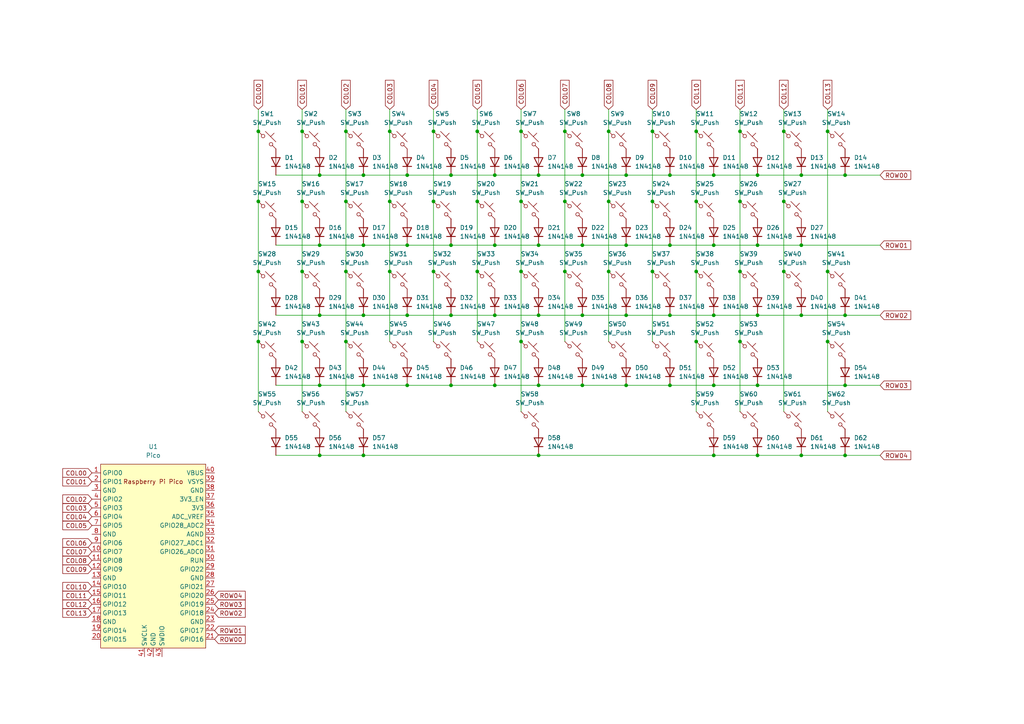
<source format=kicad_sch>
(kicad_sch (version 20231120) (generator "eeschema") (generator_version "8.0")
  (paper "A4")
  (title_block (title "OP62") (rev "3") (company "Oliver Potter"))
  (junction (at 125.73 58.42))
  (junction (at 156.21 71.12))
  (junction (at 100.33 78.74))
  (junction (at 245.11 91.44))
  (junction (at 240.03 99.06))
  (junction (at 92.71 132.08))
  (junction (at 143.51 71.12))
  (junction (at 207.01 71.12))
  (junction (at 87.63 58.42))
  (junction (at 194.31 91.44))
  (junction (at 194.31 111.76))
  (junction (at 125.73 78.74))
  (junction (at 151.13 38.1))
  (junction (at 181.61 91.44))
  (junction (at 118.11 50.8))
  (junction (at 227.33 58.42))
  (junction (at 138.43 38.1))
  (junction (at 245.11 111.76))
  (junction (at 245.11 50.8))
  (junction (at 194.31 50.8))
  (junction (at 181.61 71.12))
  (junction (at 189.23 38.1))
  (junction (at 138.43 58.42))
  (junction (at 227.33 78.74))
  (junction (at 92.71 111.76))
  (junction (at 87.63 38.1))
  (junction (at 100.33 58.42))
  (junction (at 151.13 99.06))
  (junction (at 189.23 58.42))
  (junction (at 130.81 50.8))
  (junction (at 118.11 111.76))
  (junction (at 214.63 58.42))
  (junction (at 130.81 71.12))
  (junction (at 105.41 71.12))
  (junction (at 74.93 58.42))
  (junction (at 168.91 71.12))
  (junction (at 219.71 71.12))
  (junction (at 105.41 111.76))
  (junction (at 100.33 99.06))
  (junction (at 163.83 78.74))
  (junction (at 181.61 50.8))
  (junction (at 163.83 58.42))
  (junction (at 201.93 58.42))
  (junction (at 130.81 111.76))
  (junction (at 156.21 111.76))
  (junction (at 143.51 111.76))
  (junction (at 118.11 71.12))
  (junction (at 207.01 50.8))
  (junction (at 168.91 50.8))
  (junction (at 194.31 71.12))
  (junction (at 87.63 99.06))
  (junction (at 207.01 111.76))
  (junction (at 151.13 78.74))
  (junction (at 240.03 38.1))
  (junction (at 100.33 38.1))
  (junction (at 113.03 78.74))
  (junction (at 207.01 91.44))
  (junction (at 232.41 132.08))
  (junction (at 74.93 78.74))
  (junction (at 189.23 78.74))
  (junction (at 74.93 38.1))
  (junction (at 113.03 58.42))
  (junction (at 138.43 78.74))
  (junction (at 232.41 50.8))
  (junction (at 219.71 50.8))
  (junction (at 240.03 78.74))
  (junction (at 176.53 58.42))
  (junction (at 87.63 78.74))
  (junction (at 113.03 38.1))
  (junction (at 156.21 50.8))
  (junction (at 143.51 50.8))
  (junction (at 214.63 78.74))
  (junction (at 219.71 111.76))
  (junction (at 74.93 99.06))
  (junction (at 168.91 91.44))
  (junction (at 105.41 132.08))
  (junction (at 245.11 132.08))
  (junction (at 130.81 91.44))
  (junction (at 176.53 38.1))
  (junction (at 201.93 38.1))
  (junction (at 92.71 50.8))
  (junction (at 168.91 111.76))
  (junction (at 232.41 71.12))
  (junction (at 227.33 38.1))
  (junction (at 207.01 132.08))
  (junction (at 156.21 132.08))
  (junction (at 176.53 78.74))
  (junction (at 105.41 91.44))
  (junction (at 143.51 91.44))
  (junction (at 105.41 50.8))
  (junction (at 214.63 99.06))
  (junction (at 232.41 91.44))
  (junction (at 181.61 111.76))
  (junction (at 201.93 99.06))
  (junction (at 163.83 38.1))
  (junction (at 156.21 91.44))
  (junction (at 151.13 58.42))
  (junction (at 118.11 91.44))
  (junction (at 219.71 91.44))
  (junction (at 219.71 132.08))
  (junction (at 92.71 91.44))
  (junction (at 214.63 38.1))
  (junction (at 201.93 78.74))
  (junction (at 125.73 38.1))
  (junction (at 92.71 71.12))
  (wire (pts (xy 207.01 50.8) (xy 219.71 50.8)))
  (wire (pts (xy 255.27 71.12) (xy 232.41 71.12)))
  (wire (pts (xy 219.71 91.44) (xy 232.41 91.44)))
  (wire (pts (xy 118.11 71.12) (xy 130.81 71.12)))
  (wire (pts (xy 87.63 58.42) (xy 87.63 78.74)))
  (wire (pts (xy 105.41 132.08) (xy 156.21 132.08)))
  (wire (pts (xy 92.71 71.12) (xy 105.41 71.12)))
  (wire (pts (xy 105.41 111.76) (xy 118.11 111.76)))
  (wire (pts (xy 168.91 91.44) (xy 181.61 91.44)))
  (wire (pts (xy 100.33 58.42) (xy 100.33 78.74)))
  (wire (pts (xy 151.13 99.06) (xy 151.13 119.38)))
  (wire (pts (xy 125.73 31.75) (xy 125.73 38.1)))
  (wire (pts (xy 245.11 132.08) (xy 255.27 132.08)))
  (wire (pts (xy 143.51 50.8) (xy 156.21 50.8)))
  (wire (pts (xy 176.53 58.42) (xy 176.53 78.74)))
  (wire (pts (xy 240.03 38.1) (xy 240.03 78.74)))
  (wire (pts (xy 207.01 132.08) (xy 219.71 132.08)))
  (wire (pts (xy 245.11 111.76) (xy 255.27 111.76)))
  (wire (pts (xy 189.23 58.42) (xy 189.23 78.74)))
  (wire (pts (xy 100.33 38.1) (xy 100.33 58.42)))
  (wire (pts (xy 227.33 58.42) (xy 227.33 78.74)))
  (wire (pts (xy 194.31 111.76) (xy 207.01 111.76)))
  (wire (pts (xy 74.93 31.75) (xy 74.93 38.1)))
  (wire (pts (xy 219.71 111.76) (xy 245.11 111.76)))
  (wire (pts (xy 80.01 91.44) (xy 92.71 91.44)))
  (wire (pts (xy 232.41 132.08) (xy 245.11 132.08)))
  (wire (pts (xy 240.03 31.75) (xy 240.03 38.1)))
  (wire (pts (xy 163.83 38.1) (xy 163.83 58.42)))
  (wire (pts (xy 143.51 71.12) (xy 156.21 71.12)))
  (wire (pts (xy 219.71 50.8) (xy 232.41 50.8)))
  (wire (pts (xy 201.93 99.06) (xy 201.93 119.38)))
  (wire (pts (xy 194.31 50.8) (xy 207.01 50.8)))
  (wire (pts (xy 80.01 50.8) (xy 92.71 50.8)))
  (wire (pts (xy 100.33 78.74) (xy 100.33 99.06)))
  (wire (pts (xy 176.53 78.74) (xy 176.53 99.06)))
  (wire (pts (xy 207.01 111.76) (xy 219.71 111.76)))
  (wire (pts (xy 143.51 111.76) (xy 156.21 111.76)))
  (wire (pts (xy 176.53 31.75) (xy 176.53 38.1)))
  (wire (pts (xy 138.43 78.74) (xy 138.43 99.06)))
  (wire (pts (xy 156.21 111.76) (xy 168.91 111.76)))
  (wire (pts (xy 156.21 50.8) (xy 168.91 50.8)))
  (wire (pts (xy 100.33 99.06) (xy 100.33 119.38)))
  (wire (pts (xy 168.91 71.12) (xy 181.61 71.12)))
  (wire (pts (xy 240.03 78.74) (xy 240.03 99.06)))
  (wire (pts (xy 214.63 58.42) (xy 214.63 78.74)))
  (wire (pts (xy 227.33 38.1) (xy 227.33 58.42)))
  (wire (pts (xy 168.91 111.76) (xy 181.61 111.76)))
  (wire (pts (xy 181.61 50.8) (xy 194.31 50.8)))
  (wire (pts (xy 232.41 50.8) (xy 245.11 50.8)))
  (wire (pts (xy 219.71 71.12) (xy 232.41 71.12)))
  (wire (pts (xy 207.01 71.12) (xy 219.71 71.12)))
  (wire (pts (xy 194.31 71.12) (xy 207.01 71.12)))
  (wire (pts (xy 130.81 91.44) (xy 143.51 91.44)))
  (wire (pts (xy 214.63 31.75) (xy 214.63 38.1)))
  (wire (pts (xy 156.21 132.08) (xy 207.01 132.08)))
  (wire (pts (xy 113.03 38.1) (xy 113.03 58.42)))
  (wire (pts (xy 118.11 50.8) (xy 130.81 50.8)))
  (wire (pts (xy 189.23 38.1) (xy 189.23 58.42)))
  (wire (pts (xy 74.93 99.06) (xy 74.93 119.38)))
  (wire (pts (xy 130.81 111.76) (xy 143.51 111.76)))
  (wire (pts (xy 138.43 38.1) (xy 138.43 58.42)))
  (wire (pts (xy 74.93 38.1) (xy 74.93 58.42)))
  (wire (pts (xy 118.11 111.76) (xy 130.81 111.76)))
  (wire (pts (xy 80.01 111.76) (xy 92.71 111.76)))
  (wire (pts (xy 118.11 91.44) (xy 130.81 91.44)))
  (wire (pts (xy 201.93 31.75) (xy 201.93 38.1)))
  (wire (pts (xy 130.81 50.8) (xy 143.51 50.8)))
  (wire (pts (xy 125.73 38.1) (xy 125.73 58.42)))
  (wire (pts (xy 125.73 78.74) (xy 125.73 99.06)))
  (wire (pts (xy 151.13 31.75) (xy 151.13 38.1)))
  (wire (pts (xy 151.13 78.74) (xy 151.13 99.06)))
  (wire (pts (xy 168.91 50.8) (xy 181.61 50.8)))
  (wire (pts (xy 74.93 78.74) (xy 74.93 99.06)))
  (wire (pts (xy 74.93 58.42) (xy 74.93 78.74)))
  (wire (pts (xy 227.33 31.75) (xy 227.33 38.1)))
  (wire (pts (xy 214.63 78.74) (xy 214.63 99.06)))
  (wire (pts (xy 163.83 78.74) (xy 163.83 99.06)))
  (wire (pts (xy 189.23 31.75) (xy 189.23 38.1)))
  (wire (pts (xy 125.73 58.42) (xy 125.73 78.74)))
  (wire (pts (xy 151.13 38.1) (xy 151.13 58.42)))
  (wire (pts (xy 201.93 78.74) (xy 201.93 99.06)))
  (wire (pts (xy 163.83 58.42) (xy 163.83 78.74)))
  (wire (pts (xy 105.41 71.12) (xy 118.11 71.12)))
  (wire (pts (xy 113.03 58.42) (xy 113.03 78.74)))
  (wire (pts (xy 80.01 132.08) (xy 92.71 132.08)))
  (wire (pts (xy 189.23 78.74) (xy 189.23 99.06)))
  (wire (pts (xy 163.83 31.75) (xy 163.83 38.1)))
  (wire (pts (xy 143.51 91.44) (xy 156.21 91.44)))
  (wire (pts (xy 87.63 31.75) (xy 87.63 38.1)))
  (wire (pts (xy 156.21 91.44) (xy 168.91 91.44)))
  (wire (pts (xy 227.33 78.74) (xy 227.33 119.38)))
  (wire (pts (xy 113.03 78.74) (xy 113.03 99.06)))
  (wire (pts (xy 105.41 50.8) (xy 118.11 50.8)))
  (wire (pts (xy 113.03 31.75) (xy 113.03 38.1)))
  (wire (pts (xy 105.41 91.44) (xy 118.11 91.44)))
  (wire (pts (xy 92.71 132.08) (xy 105.41 132.08)))
  (wire (pts (xy 245.11 50.8) (xy 255.27 50.8)))
  (wire (pts (xy 181.61 91.44) (xy 194.31 91.44)))
  (wire (pts (xy 201.93 58.42) (xy 201.93 78.74)))
  (wire (pts (xy 214.63 99.06) (xy 214.63 119.38)))
  (wire (pts (xy 219.71 132.08) (xy 232.41 132.08)))
  (wire (pts (xy 80.01 71.12) (xy 92.71 71.12)))
  (wire (pts (xy 240.03 99.06) (xy 240.03 119.38)))
  (wire (pts (xy 87.63 38.1) (xy 87.63 58.42)))
  (wire (pts (xy 87.63 99.06) (xy 87.63 119.38)))
  (wire (pts (xy 92.71 111.76) (xy 105.41 111.76)))
  (wire (pts (xy 207.01 91.44) (xy 219.71 91.44)))
  (wire (pts (xy 100.33 31.75) (xy 100.33 38.1)))
  (wire (pts (xy 138.43 58.42) (xy 138.43 78.74)))
  (wire (pts (xy 156.21 71.12) (xy 168.91 71.12)))
  (wire (pts (xy 181.61 71.12) (xy 194.31 71.12)))
  (wire (pts (xy 201.93 38.1) (xy 201.93 58.42)))
  (wire (pts (xy 232.41 91.44) (xy 245.11 91.44)))
  (wire (pts (xy 92.71 91.44) (xy 105.41 91.44)))
  (wire (pts (xy 176.53 38.1) (xy 176.53 58.42)))
  (wire (pts (xy 138.43 31.75) (xy 138.43 38.1)))
  (wire (pts (xy 194.31 91.44) (xy 207.01 91.44)))
  (wire (pts (xy 87.63 78.74) (xy 87.63 99.06)))
  (wire (pts (xy 92.71 50.8) (xy 105.41 50.8)))
  (wire (pts (xy 181.61 111.76) (xy 194.31 111.76)))
  (wire (pts (xy 151.13 58.42) (xy 151.13 78.74)))
  (wire (pts (xy 245.11 91.44) (xy 255.27 91.44)))
  (wire (pts (xy 214.63 38.1) (xy 214.63 58.42)))
  (wire (pts (xy 130.81 71.12) (xy 143.51 71.12)))
  (global_label "ROW04" (shape input) (at 62.23 172.72 0) (property "Intersheetrefs" "${INTERSHEET_REFS}" (effects (hide yes))))
  (global_label "COL12" (shape input) (at 26.67 175.26 180) (property "Intersheetrefs" "${INTERSHEET_REFS}" (effects (hide yes))))
  (global_label "COL02" (shape input) (at 100.33 31.75 90) (property "Intersheetrefs" "${INTERSHEET_REFS}" (effects (hide yes))))
  (global_label "COL02" (shape input) (at 26.67 144.78 180) (property "Intersheetrefs" "${INTERSHEET_REFS}" (effects (hide yes))))
  (global_label "ROW03" (shape input) (at 62.23 175.26 0) (property "Intersheetrefs" "${INTERSHEET_REFS}" (effects (hide yes))))
  (global_label "COL04" (shape input) (at 125.73 31.75 90) (property "Intersheetrefs" "${INTERSHEET_REFS}" (effects (hide yes))))
  (global_label "ROW04" (shape input) (at 255.27 132.08 0) (property "Intersheetrefs" "${INTERSHEET_REFS}" (effects (hide yes))))
  (global_label "COL01" (shape input) (at 26.67 139.7 180) (property "Intersheetrefs" "${INTERSHEET_REFS}" (effects (hide yes))))
  (global_label "ROW01" (shape input) (at 255.27 71.12 0) (property "Intersheetrefs" "${INTERSHEET_REFS}" (effects (hide yes))))
  (global_label "COL04" (shape input) (at 26.67 149.86 180) (property "Intersheetrefs" "${INTERSHEET_REFS}" (effects (hide yes))))
  (global_label "COL08" (shape input) (at 176.53 31.75 90) (property "Intersheetrefs" "${INTERSHEET_REFS}" (effects (hide yes))))
  (global_label "COL13" (shape input) (at 26.67 177.8 180) (property "Intersheetrefs" "${INTERSHEET_REFS}" (effects (hide yes))))
  (global_label "COL00" (shape input) (at 26.67 137.16 180) (property "Intersheetrefs" "${INTERSHEET_REFS}" (effects (hide yes))))
  (global_label "COL13" (shape input) (at 240.03 31.75 90) (property "Intersheetrefs" "${INTERSHEET_REFS}" (effects (hide yes))))
  (global_label "COL05" (shape input) (at 26.67 152.4 180) (property "Intersheetrefs" "${INTERSHEET_REFS}" (effects (hide yes))))
  (global_label "ROW00" (shape input) (at 255.27 50.8 0) (property "Intersheetrefs" "${INTERSHEET_REFS}" (effects (hide yes))))
  (global_label "COL07" (shape input) (at 26.67 160.02 180) (property "Intersheetrefs" "${INTERSHEET_REFS}" (effects (hide yes))))
  (global_label "COL01" (shape input) (at 87.63 31.75 90) (property "Intersheetrefs" "${INTERSHEET_REFS}" (effects (hide yes))))
  (global_label "COL11" (shape input) (at 214.63 31.75 90) (property "Intersheetrefs" "${INTERSHEET_REFS}" (effects (hide yes))))
  (global_label "COL05" (shape input) (at 138.43 31.75 90) (property "Intersheetrefs" "${INTERSHEET_REFS}" (effects (hide yes))))
  (global_label "COL09" (shape input) (at 26.67 165.1 180) (property "Intersheetrefs" "${INTERSHEET_REFS}" (effects (hide yes))))
  (global_label "COL09" (shape input) (at 189.23 31.75 90) (property "Intersheetrefs" "${INTERSHEET_REFS}" (effects (hide yes))))
  (global_label "COL03" (shape input) (at 113.03 31.75 90) (property "Intersheetrefs" "${INTERSHEET_REFS}" (effects (hide yes))))
  (global_label "COL03" (shape input) (at 26.67 147.32 180) (property "Intersheetrefs" "${INTERSHEET_REFS}" (effects (hide yes))))
  (global_label "ROW00" (shape input) (at 62.23 185.42 0) (property "Intersheetrefs" "${INTERSHEET_REFS}" (effects (hide yes))))
  (global_label "COL08" (shape input) (at 26.67 162.56 180) (property "Intersheetrefs" "${INTERSHEET_REFS}" (effects (hide yes))))
  (global_label "COL07" (shape input) (at 163.83 31.75 90) (property "Intersheetrefs" "${INTERSHEET_REFS}" (effects (hide yes))))
  (global_label "COL06" (shape input) (at 151.13 31.75 90) (property "Intersheetrefs" "${INTERSHEET_REFS}" (effects (hide yes))))
  (global_label "ROW01" (shape input) (at 62.23 182.88 0) (property "Intersheetrefs" "${INTERSHEET_REFS}" (effects (hide yes))))
  (global_label "COL10" (shape input) (at 26.67 170.18 180) (property "Intersheetrefs" "${INTERSHEET_REFS}" (effects (hide yes))))
  (global_label "ROW02" (shape input) (at 62.23 177.8 0) (property "Intersheetrefs" "${INTERSHEET_REFS}" (effects (hide yes))))
  (global_label "COL00" (shape input) (at 74.93 31.75 90) (property "Intersheetrefs" "${INTERSHEET_REFS}" (effects (hide yes))))
  (global_label "COL06" (shape input) (at 26.67 157.48 180) (property "Intersheetrefs" "${INTERSHEET_REFS}" (effects (hide yes))))
  (global_label "COL10" (shape input) (at 201.93 31.75 90) (property "Intersheetrefs" "${INTERSHEET_REFS}" (effects (hide yes))))
  (global_label "ROW02" (shape input) (at 255.27 91.44 0) (property "Intersheetrefs" "${INTERSHEET_REFS}" (effects (hide yes))))
  (global_label "COL11" (shape input) (at 26.67 172.72 180) (property "Intersheetrefs" "${INTERSHEET_REFS}" (effects (hide yes))))
  (global_label "ROW03" (shape input) (at 255.27 111.76 0) (property "Intersheetrefs" "${INTERSHEET_REFS}" (effects (hide yes))))
  (global_label "COL12" (shape input) (at 227.33 31.75 90) (property "Intersheetrefs" "${INTERSHEET_REFS}" (effects (hide yes))))
  (symbol (lib_id "Diode:1N4148") (at 130.81 107.95 90) (unit 1)
    (property "Reference" "D46" (at 133.35 106.6799 90) (effects (justify right)))
    (property "Value" "1N4148" (at 133.35 109.2199 90) (effects (justify right)))
    (property "Footprint" "Diode_THT:D_DO-35_SOD27_P7.62mm_Horizontal" (effects (hide yes)))
    (property "Datasheet" "https://assets.nexperia.com/documents/data-sheet/1N4148_1N4448.pdf" (effects (hide yes)))
    (property "Description" "100V 0.15A standard switching diode, DO-35" (effects (hide yes)))
    (property "Sim.Device" "D" (effects (hide yes)))
    (property "Sim.Pins" "1=K 2=A" (effects (hide yes)))
  )
  (symbol (lib_id "Diode:1N4148") (at 118.11 46.99 90) (unit 1)
    (property "Reference" "D4" (at 120.65 45.7199 90) (effects (justify right)))
    (property "Value" "1N4148" (at 120.65 48.2599 90) (effects (justify right)))
    (property "Footprint" "Diode_THT:D_DO-35_SOD27_P7.62mm_Horizontal" (effects (hide yes)))
    (property "Datasheet" "https://assets.nexperia.com/documents/data-sheet/1N4148_1N4448.pdf" (effects (hide yes)))
    (property "Description" "100V 0.15A standard switching diode, DO-35" (effects (hide yes)))
    (property "Sim.Device" "D" (effects (hide yes)))
    (property "Sim.Pins" "1=K 2=A" (effects (hide yes)))
  )
  (symbol (lib_id "Diode:1N4148") (at 219.71 46.99 90) (unit 1)
    (property "Reference" "D12" (at 222.25 45.7199 90) (effects (justify right)))
    (property "Value" "1N4148" (at 222.25 48.2599 90) (effects (justify right)))
    (property "Footprint" "Diode_THT:D_DO-35_SOD27_P7.62mm_Horizontal" (effects (hide yes)))
    (property "Datasheet" "https://assets.nexperia.com/documents/data-sheet/1N4148_1N4448.pdf" (effects (hide yes)))
    (property "Description" "100V 0.15A standard switching diode, DO-35" (effects (hide yes)))
    (property "Sim.Device" "D" (effects (hide yes)))
    (property "Sim.Pins" "1=K 2=A" (effects (hide yes)))
  )
  (symbol (lib_id "Diode:1N4148") (at 92.71 87.63 90) (unit 1)
    (property "Reference" "D29" (at 95.25 86.3599 90) (effects (justify right)))
    (property "Value" "1N4148" (at 95.25 88.8999 90) (effects (justify right)))
    (property "Footprint" "Diode_THT:D_DO-35_SOD27_P7.62mm_Horizontal" (effects (hide yes)))
    (property "Datasheet" "https://assets.nexperia.com/documents/data-sheet/1N4148_1N4448.pdf" (effects (hide yes)))
    (property "Description" "100V 0.15A standard switching diode, DO-35" (effects (hide yes)))
    (property "Sim.Device" "D" (effects (hide yes)))
    (property "Sim.Pins" "1=K 2=A" (effects (hide yes)))
  )
  (symbol (lib_id "Switch:SW_Push_45deg") (at 229.87 121.92 0) (unit 1)
    (property "Reference" "SW61" (at 229.87 114.3 0))
    (property "Value" "SW_Push" (at 229.87 116.84 0))
    (property "Footprint" "MX_Alps_Hybrid:MX-Alps-Hybrid-1.25U" (effects (hide yes)))
    (property "Description" "Push button switch, normally open, two pins, 45° tilted" (effects (hide yes)))
  )
  (symbol (lib_id "Switch:SW_Push_45deg") (at 179.07 40.64 0) (unit 1)
    (property "Reference" "SW9" (at 179.07 33.02 0))
    (property "Value" "SW_Push" (at 179.07 35.56 0))
    (property "Footprint" "MX_Alps_Hybrid:MX-Alps-Hybrid-1U" (effects (hide yes)))
    (property "Description" "Push button switch, normally open, two pins, 45° tilted" (effects (hide yes)))
  )
  (symbol (lib_id "Diode:1N4148") (at 194.31 87.63 90) (unit 1)
    (property "Reference" "D37" (at 196.85 86.3599 90) (effects (justify right)))
    (property "Value" "1N4148" (at 196.85 88.8999 90) (effects (justify right)))
    (property "Footprint" "Diode_THT:D_DO-35_SOD27_P7.62mm_Horizontal" (effects (hide yes)))
    (property "Datasheet" "https://assets.nexperia.com/documents/data-sheet/1N4148_1N4448.pdf" (effects (hide yes)))
    (property "Description" "100V 0.15A standard switching diode, DO-35" (effects (hide yes)))
    (property "Sim.Device" "D" (effects (hide yes)))
    (property "Sim.Pins" "1=K 2=A" (effects (hide yes)))
  )
  (symbol (lib_id "Switch:SW_Push_45deg") (at 140.97 40.64 0) (unit 1)
    (property "Reference" "SW6" (at 140.97 33.02 0))
    (property "Value" "SW_Push" (at 140.97 35.56 0))
    (property "Footprint" "MX_Alps_Hybrid:MX-Alps-Hybrid-1U" (effects (hide yes)))
    (property "Description" "Push button switch, normally open, two pins, 45° tilted" (effects (hide yes)))
  )
  (symbol (lib_id "Diode:1N4148") (at 130.81 67.31 90) (unit 1)
    (property "Reference" "D19" (at 133.35 66.0399 90) (effects (justify right)))
    (property "Value" "1N4148" (at 133.35 68.5799 90) (effects (justify right)))
    (property "Footprint" "Diode_THT:D_DO-35_SOD27_P7.62mm_Horizontal" (effects (hide yes)))
    (property "Datasheet" "https://assets.nexperia.com/documents/data-sheet/1N4148_1N4448.pdf" (effects (hide yes)))
    (property "Description" "100V 0.15A standard switching diode, DO-35" (effects (hide yes)))
    (property "Sim.Device" "D" (effects (hide yes)))
    (property "Sim.Pins" "1=K 2=A" (effects (hide yes)))
  )
  (symbol (lib_id "Switch:SW_Push_45deg") (at 102.87 101.6 0) (unit 1)
    (property "Reference" "SW44" (at 102.87 93.98 0))
    (property "Value" "SW_Push" (at 102.87 96.52 0))
    (property "Footprint" "MX_Alps_Hybrid:MX-Alps-Hybrid-1U" (effects (hide yes)))
    (property "Description" "Push button switch, normally open, two pins, 45° tilted" (effects (hide yes)))
  )
  (symbol (lib_id "Switch:SW_Push_45deg") (at 77.47 81.28 0) (unit 1)
    (property "Reference" "SW28" (at 77.47 73.66 0))
    (property "Value" "SW_Push" (at 77.47 76.2 0))
    (property "Footprint" "MX_Alps_Hybrid:MX-Alps-Hybrid-1.75U" (effects (hide yes)))
    (property "Description" "Push button switch, normally open, two pins, 45° tilted" (effects (hide yes)))
  )
  (symbol (lib_id "Diode:1N4148") (at 105.41 128.27 90) (unit 1)
    (property "Reference" "D57" (at 107.95 126.9999 90) (effects (justify right)))
    (property "Value" "1N4148" (at 107.95 129.5399 90) (effects (justify right)))
    (property "Footprint" "Diode_THT:D_DO-35_SOD27_P7.62mm_Horizontal" (effects (hide yes)))
    (property "Datasheet" "https://assets.nexperia.com/documents/data-sheet/1N4148_1N4448.pdf" (effects (hide yes)))
    (property "Description" "100V 0.15A standard switching diode, DO-35" (effects (hide yes)))
    (property "Sim.Device" "D" (effects (hide yes)))
    (property "Sim.Pins" "1=K 2=A" (effects (hide yes)))
  )
  (symbol (lib_id "Switch:SW_Push_45deg") (at 229.87 81.28 0) (unit 1)
    (property "Reference" "SW40" (at 229.87 73.66 0))
    (property "Value" "SW_Push" (at 229.87 76.2 0))
    (property "Footprint" "MX_Alps_Hybrid:MX-Alps-Hybrid-1U" (effects (hide yes)))
    (property "Description" "Push button switch, normally open, two pins, 45° tilted" (effects (hide yes)))
  )
  (symbol (lib_id "Diode:1N4148") (at 181.61 46.99 90) (unit 1)
    (property "Reference" "D9" (at 184.15 45.7199 90) (effects (justify right)))
    (property "Value" "1N4148" (at 184.15 48.2599 90) (effects (justify right)))
    (property "Footprint" "Diode_THT:D_DO-35_SOD27_P7.62mm_Horizontal" (effects (hide yes)))
    (property "Datasheet" "https://assets.nexperia.com/documents/data-sheet/1N4148_1N4448.pdf" (effects (hide yes)))
    (property "Description" "100V 0.15A standard switching diode, DO-35" (effects (hide yes)))
    (property "Sim.Device" "D" (effects (hide yes)))
    (property "Sim.Pins" "1=K 2=A" (effects (hide yes)))
  )
  (symbol (lib_id "Switch:SW_Push_45deg") (at 90.17 101.6 0) (unit 1)
    (property "Reference" "SW43" (at 90.17 93.98 0))
    (property "Value" "SW_Push" (at 90.17 96.52 0))
    (property "Footprint" "MX_Alps_Hybrid:MX-Alps-Hybrid-1U" (effects (hide yes)))
    (property "Description" "Push button switch, normally open, two pins, 45° tilted" (effects (hide yes)))
  )
  (symbol (lib_id "Diode:1N4148") (at 118.11 87.63 90) (unit 1)
    (property "Reference" "D31" (at 120.65 86.3599 90) (effects (justify right)))
    (property "Value" "1N4148" (at 120.65 88.8999 90) (effects (justify right)))
    (property "Footprint" "Diode_THT:D_DO-35_SOD27_P7.62mm_Horizontal" (effects (hide yes)))
    (property "Datasheet" "https://assets.nexperia.com/documents/data-sheet/1N4148_1N4448.pdf" (effects (hide yes)))
    (property "Description" "100V 0.15A standard switching diode, DO-35" (effects (hide yes)))
    (property "Sim.Device" "D" (effects (hide yes)))
    (property "Sim.Pins" "1=K 2=A" (effects (hide yes)))
  )
  (symbol (lib_id "Diode:1N4148") (at 130.81 46.99 90) (unit 1)
    (property "Reference" "D5" (at 133.35 45.7199 90) (effects (justify right)))
    (property "Value" "1N4148" (at 133.35 48.2599 90) (effects (justify right)))
    (property "Footprint" "Diode_THT:D_DO-35_SOD27_P7.62mm_Horizontal" (effects (hide yes)))
    (property "Datasheet" "https://assets.nexperia.com/documents/data-sheet/1N4148_1N4448.pdf" (effects (hide yes)))
    (property "Description" "100V 0.15A standard switching diode, DO-35" (effects (hide yes)))
    (property "Sim.Device" "D" (effects (hide yes)))
    (property "Sim.Pins" "1=K 2=A" (effects (hide yes)))
  )
  (symbol (lib_id "Switch:SW_Push_45deg") (at 242.57 40.64 0) (unit 1)
    (property "Reference" "SW14" (at 242.57 33.02 0))
    (property "Value" "SW_Push" (at 242.57 35.56 0))
    (property "Footprint" "MX_Alps_Hybrid:MX-Alps-Hybrid-2U" (effects (hide yes)))
    (property "Description" "Push button switch, normally open, two pins, 45° tilted" (effects (hide yes)))
  )
  (symbol (lib_id "Diode:1N4148") (at 80.01 67.31 90) (unit 1)
    (property "Reference" "D15" (at 82.55 66.0399 90) (effects (justify right)))
    (property "Value" "1N4148" (at 82.55 68.5799 90) (effects (justify right)))
    (property "Footprint" "Diode_THT:D_DO-35_SOD27_P7.62mm_Horizontal" (effects (hide yes)))
    (property "Datasheet" "https://assets.nexperia.com/documents/data-sheet/1N4148_1N4448.pdf" (effects (hide yes)))
    (property "Description" "100V 0.15A standard switching diode, DO-35" (effects (hide yes)))
    (property "Sim.Device" "D" (effects (hide yes)))
    (property "Sim.Pins" "1=K 2=A" (effects (hide yes)))
  )
  (symbol (lib_id "Diode:1N4148") (at 156.21 128.27 90) (unit 1)
    (property "Reference" "D58" (at 158.75 126.9999 90) (effects (justify right)))
    (property "Value" "1N4148" (at 158.75 129.5399 90) (effects (justify right)))
    (property "Footprint" "Diode_THT:D_DO-35_SOD27_P7.62mm_Horizontal" (effects (hide yes)))
    (property "Datasheet" "https://assets.nexperia.com/documents/data-sheet/1N4148_1N4448.pdf" (effects (hide yes)))
    (property "Description" "100V 0.15A standard switching diode, DO-35" (effects (hide yes)))
    (property "Sim.Device" "D" (effects (hide yes)))
    (property "Sim.Pins" "1=K 2=A" (effects (hide yes)))
  )
  (symbol (lib_id "Switch:SW_Push_45deg") (at 204.47 60.96 0) (unit 1)
    (property "Reference" "SW25" (at 204.47 53.34 0))
    (property "Value" "SW_Push" (at 204.47 55.88 0))
    (property "Footprint" "MX_Alps_Hybrid:MX-Alps-Hybrid-1U" (effects (hide yes)))
    (property "Description" "Push button switch, normally open, two pins, 45° tilted" (effects (hide yes)))
  )
  (symbol (lib_id "Diode:1N4148") (at 245.11 46.99 90) (unit 1)
    (property "Reference" "D14" (at 247.65 45.7199 90) (effects (justify right)))
    (property "Value" "1N4148" (at 247.65 48.2599 90) (effects (justify right)))
    (property "Footprint" "Diode_THT:D_DO-35_SOD27_P7.62mm_Horizontal" (effects (hide yes)))
    (property "Datasheet" "https://assets.nexperia.com/documents/data-sheet/1N4148_1N4448.pdf" (effects (hide yes)))
    (property "Description" "100V 0.15A standard switching diode, DO-35" (effects (hide yes)))
    (property "Sim.Device" "D" (effects (hide yes)))
    (property "Sim.Pins" "1=K 2=A" (effects (hide yes)))
  )
  (symbol (lib_id "Diode:1N4148") (at 118.11 107.95 90) (unit 1)
    (property "Reference" "D45" (at 120.65 106.6799 90) (effects (justify right)))
    (property "Value" "1N4148" (at 120.65 109.2199 90) (effects (justify right)))
    (property "Footprint" "Diode_THT:D_DO-35_SOD27_P7.62mm_Horizontal" (effects (hide yes)))
    (property "Datasheet" "https://assets.nexperia.com/documents/data-sheet/1N4148_1N4448.pdf" (effects (hide yes)))
    (property "Description" "100V 0.15A standard switching diode, DO-35" (effects (hide yes)))
    (property "Sim.Device" "D" (effects (hide yes)))
    (property "Sim.Pins" "1=K 2=A" (effects (hide yes)))
  )
  (symbol (lib_id "Switch:SW_Push_45deg") (at 191.77 101.6 0) (unit 1)
    (property "Reference" "SW51" (at 191.77 93.98 0))
    (property "Value" "SW_Push" (at 191.77 96.52 0))
    (property "Footprint" "MX_Alps_Hybrid:MX-Alps-Hybrid-1U" (effects (hide yes)))
    (property "Description" "Push button switch, normally open, two pins, 45° tilted" (effects (hide yes)))
  )
  (symbol (lib_id "Diode:1N4148") (at 168.91 46.99 90) (unit 1)
    (property "Reference" "D8" (at 171.45 45.7199 90) (effects (justify right)))
    (property "Value" "1N4148" (at 171.45 48.2599 90) (effects (justify right)))
    (property "Footprint" "Diode_THT:D_DO-35_SOD27_P7.62mm_Horizontal" (effects (hide yes)))
    (property "Datasheet" "https://assets.nexperia.com/documents/data-sheet/1N4148_1N4448.pdf" (effects (hide yes)))
    (property "Description" "100V 0.15A standard switching diode, DO-35" (effects (hide yes)))
    (property "Sim.Device" "D" (effects (hide yes)))
    (property "Sim.Pins" "1=K 2=A" (effects (hide yes)))
  )
  (symbol (lib_id "Diode:1N4148") (at 194.31 67.31 90) (unit 1)
    (property "Reference" "D24" (at 196.85 66.0399 90) (effects (justify right)))
    (property "Value" "1N4148" (at 196.85 68.5799 90) (effects (justify right)))
    (property "Footprint" "Diode_THT:D_DO-35_SOD27_P7.62mm_Horizontal" (effects (hide yes)))
    (property "Datasheet" "https://assets.nexperia.com/documents/data-sheet/1N4148_1N4448.pdf" (effects (hide yes)))
    (property "Description" "100V 0.15A standard switching diode, DO-35" (effects (hide yes)))
    (property "Sim.Device" "D" (effects (hide yes)))
    (property "Sim.Pins" "1=K 2=A" (effects (hide yes)))
  )
  (symbol (lib_id "Diode:1N4148") (at 219.71 107.95 90) (unit 1)
    (property "Reference" "D53" (at 222.25 106.6799 90) (effects (justify right)))
    (property "Value" "1N4148" (at 222.25 109.2199 90) (effects (justify right)))
    (property "Footprint" "Diode_THT:D_DO-35_SOD27_P7.62mm_Horizontal" (effects (hide yes)))
    (property "Datasheet" "https://assets.nexperia.com/documents/data-sheet/1N4148_1N4448.pdf" (effects (hide yes)))
    (property "Description" "100V 0.15A standard switching diode, DO-35" (effects (hide yes)))
    (property "Sim.Device" "D" (effects (hide yes)))
    (property "Sim.Pins" "1=K 2=A" (effects (hide yes)))
  )
  (symbol (lib_id "Diode:1N4148") (at 143.51 46.99 90) (unit 1)
    (property "Reference" "D6" (at 146.05 45.7199 90) (effects (justify right)))
    (property "Value" "1N4148" (at 146.05 48.2599 90) (effects (justify right)))
    (property "Footprint" "Diode_THT:D_DO-35_SOD27_P7.62mm_Horizontal" (effects (hide yes)))
    (property "Datasheet" "https://assets.nexperia.com/documents/data-sheet/1N4148_1N4448.pdf" (effects (hide yes)))
    (property "Description" "100V 0.15A standard switching diode, DO-35" (effects (hide yes)))
    (property "Sim.Device" "D" (effects (hide yes)))
    (property "Sim.Pins" "1=K 2=A" (effects (hide yes)))
  )
  (symbol (lib_id "Diode:1N4148") (at 181.61 107.95 90) (unit 1)
    (property "Reference" "D50" (at 184.15 106.6799 90) (effects (justify right)))
    (property "Value" "1N4148" (at 184.15 109.2199 90) (effects (justify right)))
    (property "Footprint" "Diode_THT:D_DO-35_SOD27_P7.62mm_Horizontal" (effects (hide yes)))
    (property "Datasheet" "https://assets.nexperia.com/documents/data-sheet/1N4148_1N4448.pdf" (effects (hide yes)))
    (property "Description" "100V 0.15A standard switching diode, DO-35" (effects (hide yes)))
    (property "Sim.Device" "D" (effects (hide yes)))
    (property "Sim.Pins" "1=K 2=A" (effects (hide yes)))
  )
  (symbol (lib_id "Switch:SW_Push_45deg") (at 242.57 81.28 0) (unit 1)
    (property "Reference" "SW41" (at 242.57 73.66 0))
    (property "Value" "SW_Push" (at 242.57 76.2 0))
    (property "Footprint" "MX_Alps_Hybrid:MX-Alps-Hybrid-ISO" (effects (hide yes)))
    (property "Description" "Push button switch, normally open, two pins, 45° tilted" (effects (hide yes)))
  )
  (symbol (lib_id "Switch:SW_Push_45deg") (at 90.17 121.92 0) (unit 1)
    (property "Reference" "SW56" (at 90.17 114.3 0))
    (property "Value" "SW_Push" (at 90.17 116.84 0))
    (property "Footprint" "MX_Alps_Hybrid:MX-Alps-Hybrid-1.25U" (effects (hide yes)))
    (property "Description" "Push button switch, normally open, two pins, 45° tilted" (effects (hide yes)))
  )
  (symbol (lib_id "Switch:SW_Push_45deg") (at 102.87 60.96 0) (unit 1)
    (property "Reference" "SW17" (at 102.87 53.34 0))
    (property "Value" "SW_Push" (at 102.87 55.88 0))
    (property "Footprint" "MX_Alps_Hybrid:MX-Alps-Hybrid-1U" (effects (hide yes)))
    (property "Description" "Push button switch, normally open, two pins, 45° tilted" (effects (hide yes)))
  )
  (symbol (lib_id "Switch:SW_Push_45deg") (at 140.97 60.96 0) (unit 1)
    (property "Reference" "SW20" (at 140.97 53.34 0))
    (property "Value" "SW_Push" (at 140.97 55.88 0))
    (property "Footprint" "MX_Alps_Hybrid:MX-Alps-Hybrid-1U" (effects (hide yes)))
    (property "Description" "Push button switch, normally open, two pins, 45° tilted" (effects (hide yes)))
  )
  (symbol (lib_id "Switch:SW_Push_45deg") (at 77.47 121.92 0) (unit 1)
    (property "Reference" "SW55" (at 77.47 114.3 0))
    (property "Value" "SW_Push" (at 77.47 116.84 0))
    (property "Footprint" "MX_Alps_Hybrid:MX-Alps-Hybrid-1.25U" (effects (hide yes)))
    (property "Description" "Push button switch, normally open, two pins, 45° tilted" (effects (hide yes)))
  )
  (symbol (lib_id "Switch:SW_Push_45deg") (at 128.27 81.28 0) (unit 1)
    (property "Reference" "SW32" (at 128.27 73.66 0))
    (property "Value" "SW_Push" (at 128.27 76.2 0))
    (property "Footprint" "MX_Alps_Hybrid:MX-Alps-Hybrid-1U" (effects (hide yes)))
    (property "Description" "Push button switch, normally open, two pins, 45° tilted" (effects (hide yes)))
  )
  (symbol (lib_id "Switch:SW_Push_45deg") (at 128.27 60.96 0) (unit 1)
    (property "Reference" "SW19" (at 128.27 53.34 0))
    (property "Value" "SW_Push" (at 128.27 55.88 0))
    (property "Footprint" "MX_Alps_Hybrid:MX-Alps-Hybrid-1U" (effects (hide yes)))
    (property "Description" "Push button switch, normally open, two pins, 45° tilted" (effects (hide yes)))
  )
  (symbol (lib_id "Switch:SW_Push_45deg") (at 179.07 60.96 0) (unit 1)
    (property "Reference" "SW23" (at 179.07 53.34 0))
    (property "Value" "SW_Push" (at 179.07 55.88 0))
    (property "Footprint" "MX_Alps_Hybrid:MX-Alps-Hybrid-1U" (effects (hide yes)))
    (property "Description" "Push button switch, normally open, two pins, 45° tilted" (effects (hide yes)))
  )
  (symbol (lib_id "Diode:1N4148") (at 232.41 87.63 90) (unit 1)
    (property "Reference" "D40" (at 234.95 86.3599 90) (effects (justify right)))
    (property "Value" "1N4148" (at 234.95 88.8999 90) (effects (justify right)))
    (property "Footprint" "Diode_THT:D_DO-35_SOD27_P7.62mm_Horizontal" (effects (hide yes)))
    (property "Datasheet" "https://assets.nexperia.com/documents/data-sheet/1N4148_1N4448.pdf" (effects (hide yes)))
    (property "Description" "100V 0.15A standard switching diode, DO-35" (effects (hide yes)))
    (property "Sim.Device" "D" (effects (hide yes)))
    (property "Sim.Pins" "1=K 2=A" (effects (hide yes)))
  )
  (symbol (lib_id "Diode:1N4148") (at 168.91 67.31 90) (unit 1)
    (property "Reference" "D22" (at 171.45 66.0399 90) (effects (justify right)))
    (property "Value" "1N4148" (at 171.45 68.5799 90) (effects (justify right)))
    (property "Footprint" "Diode_THT:D_DO-35_SOD27_P7.62mm_Horizontal" (effects (hide yes)))
    (property "Datasheet" "https://assets.nexperia.com/documents/data-sheet/1N4148_1N4448.pdf" (effects (hide yes)))
    (property "Description" "100V 0.15A standard switching diode, DO-35" (effects (hide yes)))
    (property "Sim.Device" "D" (effects (hide yes)))
    (property "Sim.Pins" "1=K 2=A" (effects (hide yes)))
  )
  (symbol (lib_id "Diode:1N4148") (at 219.71 67.31 90) (unit 1)
    (property "Reference" "D26" (at 222.25 66.0399 90) (effects (justify right)))
    (property "Value" "1N4148" (at 222.25 68.5799 90) (effects (justify right)))
    (property "Footprint" "Diode_THT:D_DO-35_SOD27_P7.62mm_Horizontal" (effects (hide yes)))
    (property "Datasheet" "https://assets.nexperia.com/documents/data-sheet/1N4148_1N4448.pdf" (effects (hide yes)))
    (property "Description" "100V 0.15A standard switching diode, DO-35" (effects (hide yes)))
    (property "Sim.Device" "D" (effects (hide yes)))
    (property "Sim.Pins" "1=K 2=A" (effects (hide yes)))
  )
  (symbol (lib_id "MCU_RaspberryPi_and_Boards:Pico") (at 44.45 161.29 0) (unit 1)
    (property "Reference" "U1" (at 44.45 129.54 0))
    (property "Value" "Pico" (at 44.45 132.08 0))
    (property "Footprint" "MCU_RaspberryPi_and_Boards:RPi_Pico_SMD_TH" (effects (hide yes)))
  )
  (symbol (lib_id "Diode:1N4148") (at 80.01 128.27 90) (unit 1)
    (property "Reference" "D55" (at 82.55 126.9999 90) (effects (justify right)))
    (property "Value" "1N4148" (at 82.55 129.5399 90) (effects (justify right)))
    (property "Footprint" "Diode_THT:D_DO-35_SOD27_P7.62mm_Horizontal" (effects (hide yes)))
    (property "Datasheet" "https://assets.nexperia.com/documents/data-sheet/1N4148_1N4448.pdf" (effects (hide yes)))
    (property "Description" "100V 0.15A standard switching diode, DO-35" (effects (hide yes)))
    (property "Sim.Device" "D" (effects (hide yes)))
    (property "Sim.Pins" "1=K 2=A" (effects (hide yes)))
  )
  (symbol (lib_id "Diode:1N4148") (at 168.91 107.95 90) (unit 1)
    (property "Reference" "D49" (at 171.45 106.6799 90) (effects (justify right)))
    (property "Value" "1N4148" (at 171.45 109.2199 90) (effects (justify right)))
    (property "Footprint" "Diode_THT:D_DO-35_SOD27_P7.62mm_Horizontal" (effects (hide yes)))
    (property "Datasheet" "https://assets.nexperia.com/documents/data-sheet/1N4148_1N4448.pdf" (effects (hide yes)))
    (property "Description" "100V 0.15A standard switching diode, DO-35" (effects (hide yes)))
    (property "Sim.Device" "D" (effects (hide yes)))
    (property "Sim.Pins" "1=K 2=A" (effects (hide yes)))
  )
  (symbol (lib_id "Switch:SW_Push_45deg") (at 179.07 101.6 0) (unit 1)
    (property "Reference" "SW50" (at 179.07 93.98 0))
    (property "Value" "SW_Push" (at 179.07 96.52 0))
    (property "Footprint" "MX_Alps_Hybrid:MX-Alps-Hybrid-1U" (effects (hide yes)))
    (property "Description" "Push button switch, normally open, two pins, 45° tilted" (effects (hide yes)))
  )
  (symbol (lib_id "Diode:1N4148") (at 80.01 46.99 90) (unit 1)
    (property "Reference" "D1" (at 82.55 45.7199 90) (effects (justify right)))
    (property "Value" "1N4148" (at 82.55 48.2599 90) (effects (justify right)))
    (property "Footprint" "Diode_THT:D_DO-35_SOD27_P7.62mm_Horizontal" (effects (hide yes)))
    (property "Datasheet" "https://assets.nexperia.com/documents/data-sheet/1N4148_1N4448.pdf" (effects (hide yes)))
    (property "Description" "100V 0.15A standard switching diode, DO-35" (effects (hide yes)))
    (property "Sim.Device" "D" (effects (hide yes)))
    (property "Sim.Pins" "1=K 2=A" (effects (hide yes)))
  )
  (symbol (lib_id "Switch:SW_Push_45deg") (at 166.37 81.28 0) (unit 1)
    (property "Reference" "SW35" (at 166.37 73.66 0))
    (property "Value" "SW_Push" (at 166.37 76.2 0))
    (property "Footprint" "MX_Alps_Hybrid:MX-Alps-Hybrid-1U" (effects (hide yes)))
    (property "Description" "Push button switch, normally open, two pins, 45° tilted" (effects (hide yes)))
  )
  (symbol (lib_id "Switch:SW_Push_45deg") (at 153.67 40.64 0) (unit 1)
    (property "Reference" "SW7" (at 153.67 33.02 0))
    (property "Value" "SW_Push" (at 153.67 35.56 0))
    (property "Footprint" "MX_Alps_Hybrid:MX-Alps-Hybrid-1U" (effects (hide yes)))
    (property "Description" "Push button switch, normally open, two pins, 45° tilted" (effects (hide yes)))
  )
  (symbol (lib_id "Diode:1N4148") (at 181.61 67.31 90) (unit 1)
    (property "Reference" "D23" (at 184.15 66.0399 90) (effects (justify right)))
    (property "Value" "1N4148" (at 184.15 68.5799 90) (effects (justify right)))
    (property "Footprint" "Diode_THT:D_DO-35_SOD27_P7.62mm_Horizontal" (effects (hide yes)))
    (property "Datasheet" "https://assets.nexperia.com/documents/data-sheet/1N4148_1N4448.pdf" (effects (hide yes)))
    (property "Description" "100V 0.15A standard switching diode, DO-35" (effects (hide yes)))
    (property "Sim.Device" "D" (effects (hide yes)))
    (property "Sim.Pins" "1=K 2=A" (effects (hide yes)))
  )
  (symbol (lib_id "Diode:1N4148") (at 207.01 128.27 90) (unit 1)
    (property "Reference" "D59" (at 209.55 126.9999 90) (effects (justify right)))
    (property "Value" "1N4148" (at 209.55 129.5399 90) (effects (justify right)))
    (property "Footprint" "Diode_THT:D_DO-35_SOD27_P7.62mm_Horizontal" (effects (hide yes)))
    (property "Datasheet" "https://assets.nexperia.com/documents/data-sheet/1N4148_1N4448.pdf" (effects (hide yes)))
    (property "Description" "100V 0.15A standard switching diode, DO-35" (effects (hide yes)))
    (property "Sim.Device" "D" (effects (hide yes)))
    (property "Sim.Pins" "1=K 2=A" (effects (hide yes)))
  )
  (symbol (lib_id "Diode:1N4148") (at 92.71 67.31 90) (unit 1)
    (property "Reference" "D16" (at 95.25 66.0399 90) (effects (justify right)))
    (property "Value" "1N4148" (at 95.25 68.5799 90) (effects (justify right)))
    (property "Footprint" "Diode_THT:D_DO-35_SOD27_P7.62mm_Horizontal" (effects (hide yes)))
    (property "Datasheet" "https://assets.nexperia.com/documents/data-sheet/1N4148_1N4448.pdf" (effects (hide yes)))
    (property "Description" "100V 0.15A standard switching diode, DO-35" (effects (hide yes)))
    (property "Sim.Device" "D" (effects (hide yes)))
    (property "Sim.Pins" "1=K 2=A" (effects (hide yes)))
  )
  (symbol (lib_id "Diode:1N4148") (at 207.01 107.95 90) (unit 1)
    (property "Reference" "D52" (at 209.55 106.6799 90) (effects (justify right)))
    (property "Value" "1N4148" (at 209.55 109.2199 90) (effects (justify right)))
    (property "Footprint" "Diode_THT:D_DO-35_SOD27_P7.62mm_Horizontal" (effects (hide yes)))
    (property "Datasheet" "https://assets.nexperia.com/documents/data-sheet/1N4148_1N4448.pdf" (effects (hide yes)))
    (property "Description" "100V 0.15A standard switching diode, DO-35" (effects (hide yes)))
    (property "Sim.Device" "D" (effects (hide yes)))
    (property "Sim.Pins" "1=K 2=A" (effects (hide yes)))
  )
  (symbol (lib_id "Switch:SW_Push_45deg") (at 166.37 101.6 0) (unit 1)
    (property "Reference" "SW49" (at 166.37 93.98 0))
    (property "Value" "SW_Push" (at 166.37 96.52 0))
    (property "Footprint" "MX_Alps_Hybrid:MX-Alps-Hybrid-1U" (effects (hide yes)))
    (property "Description" "Push button switch, normally open, two pins, 45° tilted" (effects (hide yes)))
  )
  (symbol (lib_id "Switch:SW_Push_45deg") (at 90.17 60.96 0) (unit 1)
    (property "Reference" "SW16" (at 90.17 53.34 0))
    (property "Value" "SW_Push" (at 90.17 55.88 0))
    (property "Footprint" "MX_Alps_Hybrid:MX-Alps-Hybrid-1U" (effects (hide yes)))
    (property "Description" "Push button switch, normally open, two pins, 45° tilted" (effects (hide yes)))
  )
  (symbol (lib_id "Switch:SW_Push_45deg") (at 115.57 60.96 0) (unit 1)
    (property "Reference" "SW18" (at 115.57 53.34 0))
    (property "Value" "SW_Push" (at 115.57 55.88 0))
    (property "Footprint" "MX_Alps_Hybrid:MX-Alps-Hybrid-1U" (effects (hide yes)))
    (property "Description" "Push button switch, normally open, two pins, 45° tilted" (effects (hide yes)))
  )
  (symbol (lib_id "Switch:SW_Push_45deg") (at 217.17 81.28 0) (unit 1)
    (property "Reference" "SW39" (at 217.17 73.66 0))
    (property "Value" "SW_Push" (at 217.17 76.2 0))
    (property "Footprint" "MX_Alps_Hybrid:MX-Alps-Hybrid-1U" (effects (hide yes)))
    (property "Description" "Push button switch, normally open, two pins, 45° tilted" (effects (hide yes)))
  )
  (symbol (lib_id "Diode:1N4148") (at 207.01 46.99 90) (unit 1)
    (property "Reference" "D11" (at 209.55 45.7199 90) (effects (justify right)))
    (property "Value" "1N4148" (at 209.55 48.2599 90) (effects (justify right)))
    (property "Footprint" "Diode_THT:D_DO-35_SOD27_P7.62mm_Horizontal" (effects (hide yes)))
    (property "Datasheet" "https://assets.nexperia.com/documents/data-sheet/1N4148_1N4448.pdf" (effects (hide yes)))
    (property "Description" "100V 0.15A standard switching diode, DO-35" (effects (hide yes)))
    (property "Sim.Device" "D" (effects (hide yes)))
    (property "Sim.Pins" "1=K 2=A" (effects (hide yes)))
  )
  (symbol (lib_id "Diode:1N4148") (at 194.31 107.95 90) (unit 1)
    (property "Reference" "D51" (at 196.85 106.6799 90) (effects (justify right)))
    (property "Value" "1N4148" (at 196.85 109.2199 90) (effects (justify right)))
    (property "Footprint" "Diode_THT:D_DO-35_SOD27_P7.62mm_Horizontal" (effects (hide yes)))
    (property "Datasheet" "https://assets.nexperia.com/documents/data-sheet/1N4148_1N4448.pdf" (effects (hide yes)))
    (property "Description" "100V 0.15A standard switching diode, DO-35" (effects (hide yes)))
    (property "Sim.Device" "D" (effects (hide yes)))
    (property "Sim.Pins" "1=K 2=A" (effects (hide yes)))
  )
  (symbol (lib_id "Diode:1N4148") (at 245.11 107.95 90) (unit 1)
    (property "Reference" "D54" (at 247.65 106.6799 90) (effects (justify right)))
    (property "Value" "1N4148" (at 247.65 109.2199 90) (effects (justify right)))
    (property "Footprint" "Diode_THT:D_DO-35_SOD27_P7.62mm_Horizontal" (effects (hide yes)))
    (property "Datasheet" "https://assets.nexperia.com/documents/data-sheet/1N4148_1N4448.pdf" (effects (hide yes)))
    (property "Description" "100V 0.15A standard switching diode, DO-35" (effects (hide yes)))
    (property "Sim.Device" "D" (effects (hide yes)))
    (property "Sim.Pins" "1=K 2=A" (effects (hide yes)))
  )
  (symbol (lib_id "Switch:SW_Push_45deg") (at 229.87 60.96 0) (unit 1)
    (property "Reference" "SW27" (at 229.87 53.34 0))
    (property "Value" "SW_Push" (at 229.87 55.88 0))
    (property "Footprint" "MX_Alps_Hybrid:MX-Alps-Hybrid-1U" (effects (hide yes)))
    (property "Description" "Push button switch, normally open, two pins, 45° tilted" (effects (hide yes)))
  )
  (symbol (lib_id "Diode:1N4148") (at 156.21 46.99 90) (unit 1)
    (property "Reference" "D7" (at 158.75 45.7199 90) (effects (justify right)))
    (property "Value" "1N4148" (at 158.75 48.2599 90) (effects (justify right)))
    (property "Footprint" "Diode_THT:D_DO-35_SOD27_P7.62mm_Horizontal" (effects (hide yes)))
    (property "Datasheet" "https://assets.nexperia.com/documents/data-sheet/1N4148_1N4448.pdf" (effects (hide yes)))
    (property "Description" "100V 0.15A standard switching diode, DO-35" (effects (hide yes)))
    (property "Sim.Device" "D" (effects (hide yes)))
    (property "Sim.Pins" "1=K 2=A" (effects (hide yes)))
  )
  (symbol (lib_id "Switch:SW_Push_45deg") (at 191.77 40.64 0) (unit 1)
    (property "Reference" "SW10" (at 191.77 33.02 0))
    (property "Value" "SW_Push" (at 191.77 35.56 0))
    (property "Footprint" "MX_Alps_Hybrid:MX-Alps-Hybrid-1U" (effects (hide yes)))
    (property "Description" "Push button switch, normally open, two pins, 45° tilted" (effects (hide yes)))
  )
  (symbol (lib_id "Diode:1N4148") (at 130.81 87.63 90) (unit 1)
    (property "Reference" "D32" (at 133.35 86.3599 90) (effects (justify right)))
    (property "Value" "1N4148" (at 133.35 88.8999 90) (effects (justify right)))
    (property "Footprint" "Diode_THT:D_DO-35_SOD27_P7.62mm_Horizontal" (effects (hide yes)))
    (property "Datasheet" "https://assets.nexperia.com/documents/data-sheet/1N4148_1N4448.pdf" (effects (hide yes)))
    (property "Description" "100V 0.15A standard switching diode, DO-35" (effects (hide yes)))
    (property "Sim.Device" "D" (effects (hide yes)))
    (property "Sim.Pins" "1=K 2=A" (effects (hide yes)))
  )
  (symbol (lib_id "Diode:1N4148") (at 219.71 87.63 90) (unit 1)
    (property "Reference" "D39" (at 222.25 86.3599 90) (effects (justify right)))
    (property "Value" "1N4148" (at 222.25 88.8999 90) (effects (justify right)))
    (property "Footprint" "Diode_THT:D_DO-35_SOD27_P7.62mm_Horizontal" (effects (hide yes)))
    (property "Datasheet" "https://assets.nexperia.com/documents/data-sheet/1N4148_1N4448.pdf" (effects (hide yes)))
    (property "Description" "100V 0.15A standard switching diode, DO-35" (effects (hide yes)))
    (property "Sim.Device" "D" (effects (hide yes)))
    (property "Sim.Pins" "1=K 2=A" (effects (hide yes)))
  )
  (symbol (lib_id "Switch:SW_Push_45deg") (at 204.47 81.28 0) (unit 1)
    (property "Reference" "SW38" (at 204.47 73.66 0))
    (property "Value" "SW_Push" (at 204.47 76.2 0))
    (property "Footprint" "MX_Alps_Hybrid:MX-Alps-Hybrid-1U" (effects (hide yes)))
    (property "Description" "Push button switch, normally open, two pins, 45° tilted" (effects (hide yes)))
  )
  (symbol (lib_id "Diode:1N4148") (at 207.01 67.31 90) (unit 1)
    (property "Reference" "D25" (at 209.55 66.0399 90) (effects (justify right)))
    (property "Value" "1N4148" (at 209.55 68.5799 90) (effects (justify right)))
    (property "Footprint" "Diode_THT:D_DO-35_SOD27_P7.62mm_Horizontal" (effects (hide yes)))
    (property "Datasheet" "https://assets.nexperia.com/documents/data-sheet/1N4148_1N4448.pdf" (effects (hide yes)))
    (property "Description" "100V 0.15A standard switching diode, DO-35" (effects (hide yes)))
    (property "Sim.Device" "D" (effects (hide yes)))
    (property "Sim.Pins" "1=K 2=A" (effects (hide yes)))
  )
  (symbol (lib_id "Switch:SW_Push_45deg") (at 115.57 40.64 0) (unit 1)
    (property "Reference" "SW4" (at 115.57 33.02 0))
    (property "Value" "SW_Push" (at 115.57 35.56 0))
    (property "Footprint" "MX_Alps_Hybrid:MX-Alps-Hybrid-1U" (effects (hide yes)))
    (property "Description" "Push button switch, normally open, two pins, 45° tilted" (effects (hide yes)))
  )
  (symbol (lib_id "Diode:1N4148") (at 232.41 67.31 90) (unit 1)
    (property "Reference" "D27" (at 234.95 66.0399 90) (effects (justify right)))
    (property "Value" "1N4148" (at 234.95 68.5799 90) (effects (justify right)))
    (property "Footprint" "Diode_THT:D_DO-35_SOD27_P7.62mm_Horizontal" (effects (hide yes)))
    (property "Datasheet" "https://assets.nexperia.com/documents/data-sheet/1N4148_1N4448.pdf" (effects (hide yes)))
    (property "Description" "100V 0.15A standard switching diode, DO-35" (effects (hide yes)))
    (property "Sim.Device" "D" (effects (hide yes)))
    (property "Sim.Pins" "1=K 2=A" (effects (hide yes)))
  )
  (symbol (lib_id "Switch:SW_Push_45deg") (at 217.17 121.92 0) (unit 1)
    (property "Reference" "SW60" (at 217.17 114.3 0))
    (property "Value" "SW_Push" (at 217.17 116.84 0))
    (property "Footprint" "MX_Alps_Hybrid:MX-Alps-Hybrid-1.25U" (effects (hide yes)))
    (property "Description" "Push button switch, normally open, two pins, 45° tilted" (effects (hide yes)))
  )
  (symbol (lib_id "Diode:1N4148") (at 105.41 87.63 90) (unit 1)
    (property "Reference" "D30" (at 107.95 86.3599 90) (effects (justify right)))
    (property "Value" "1N4148" (at 107.95 88.8999 90) (effects (justify right)))
    (property "Footprint" "Diode_THT:D_DO-35_SOD27_P7.62mm_Horizontal" (effects (hide yes)))
    (property "Datasheet" "https://assets.nexperia.com/documents/data-sheet/1N4148_1N4448.pdf" (effects (hide yes)))
    (property "Description" "100V 0.15A standard switching diode, DO-35" (effects (hide yes)))
    (property "Sim.Device" "D" (effects (hide yes)))
    (property "Sim.Pins" "1=K 2=A" (effects (hide yes)))
  )
  (symbol (lib_id "Switch:SW_Push_45deg") (at 102.87 40.64 0) (unit 1)
    (property "Reference" "SW3" (at 102.87 33.02 0))
    (property "Value" "SW_Push" (at 102.87 35.56 0))
    (property "Footprint" "MX_Alps_Hybrid:MX-Alps-Hybrid-1U" (effects (hide yes)))
    (property "Description" "Push button switch, normally open, two pins, 45° tilted" (effects (hide yes)))
  )
  (symbol (lib_id "Switch:SW_Push_45deg") (at 77.47 40.64 0) (unit 1)
    (property "Reference" "SW1" (at 77.47 33.02 0))
    (property "Value" "SW_Push" (at 77.47 35.56 0))
    (property "Footprint" "MX_Alps_Hybrid:MX-Alps-Hybrid-1U" (effects (hide yes)))
    (property "Description" "Push button switch, normally open, two pins, 45° tilted" (effects (hide yes)))
  )
  (symbol (lib_id "Diode:1N4148") (at 219.71 128.27 90) (unit 1)
    (property "Reference" "D60" (at 222.25 126.9999 90) (effects (justify right)))
    (property "Value" "1N4148" (at 222.25 129.5399 90) (effects (justify right)))
    (property "Footprint" "Diode_THT:D_DO-35_SOD27_P7.62mm_Horizontal" (effects (hide yes)))
    (property "Datasheet" "https://assets.nexperia.com/documents/data-sheet/1N4148_1N4448.pdf" (effects (hide yes)))
    (property "Description" "100V 0.15A standard switching diode, DO-35" (effects (hide yes)))
    (property "Sim.Device" "D" (effects (hide yes)))
    (property "Sim.Pins" "1=K 2=A" (effects (hide yes)))
  )
  (symbol (lib_id "Switch:SW_Push_45deg") (at 242.57 121.92 0) (unit 1)
    (property "Reference" "SW62" (at 242.57 114.3 0))
    (property "Value" "SW_Push" (at 242.57 116.84 0))
    (property "Footprint" "MX_Alps_Hybrid:MX-Alps-Hybrid-1.25U" (effects (hide yes)))
    (property "Description" "Push button switch, normally open, two pins, 45° tilted" (effects (hide yes)))
  )
  (symbol (lib_id "Switch:SW_Push_45deg") (at 204.47 121.92 0) (unit 1)
    (property "Reference" "SW59" (at 204.47 114.3 0))
    (property "Value" "SW_Push" (at 204.47 116.84 0))
    (property "Footprint" "MX_Alps_Hybrid:MX-Alps-Hybrid-1.25U" (effects (hide yes)))
    (property "Description" "Push button switch, normally open, two pins, 45° tilted" (effects (hide yes)))
  )
  (symbol (lib_id "Diode:1N4148") (at 232.41 128.27 90) (unit 1)
    (property "Reference" "D61" (at 234.95 126.9999 90) (effects (justify right)))
    (property "Value" "1N4148" (at 234.95 129.5399 90) (effects (justify right)))
    (property "Footprint" "Diode_THT:D_DO-35_SOD27_P7.62mm_Horizontal" (effects (hide yes)))
    (property "Datasheet" "https://assets.nexperia.com/documents/data-sheet/1N4148_1N4448.pdf" (effects (hide yes)))
    (property "Description" "100V 0.15A standard switching diode, DO-35" (effects (hide yes)))
    (property "Sim.Device" "D" (effects (hide yes)))
    (property "Sim.Pins" "1=K 2=A" (effects (hide yes)))
  )
  (symbol (lib_id "Diode:1N4148") (at 156.21 107.95 90) (unit 1)
    (property "Reference" "D48" (at 158.75 106.6799 90) (effects (justify right)))
    (property "Value" "1N4148" (at 158.75 109.2199 90) (effects (justify right)))
    (property "Footprint" "Diode_THT:D_DO-35_SOD27_P7.62mm_Horizontal" (effects (hide yes)))
    (property "Datasheet" "https://assets.nexperia.com/documents/data-sheet/1N4148_1N4448.pdf" (effects (hide yes)))
    (property "Description" "100V 0.15A standard switching diode, DO-35" (effects (hide yes)))
    (property "Sim.Device" "D" (effects (hide yes)))
    (property "Sim.Pins" "1=K 2=A" (effects (hide yes)))
  )
  (symbol (lib_id "Switch:SW_Push_45deg") (at 191.77 81.28 0) (unit 1)
    (property "Reference" "SW37" (at 191.77 73.66 0))
    (property "Value" "SW_Push" (at 191.77 76.2 0))
    (property "Footprint" "MX_Alps_Hybrid:MX-Alps-Hybrid-1U" (effects (hide yes)))
    (property "Description" "Push button switch, normally open, two pins, 45° tilted" (effects (hide yes)))
  )
  (symbol (lib_id "Diode:1N4148") (at 92.71 46.99 90) (unit 1)
    (property "Reference" "D2" (at 95.25 45.7199 90) (effects (justify right)))
    (property "Value" "1N4148" (at 95.25 48.2599 90) (effects (justify right)))
    (property "Footprint" "Diode_THT:D_DO-35_SOD27_P7.62mm_Horizontal" (effects (hide yes)))
    (property "Datasheet" "https://assets.nexperia.com/documents/data-sheet/1N4148_1N4448.pdf" (effects (hide yes)))
    (property "Description" "100V 0.15A standard switching diode, DO-35" (effects (hide yes)))
    (property "Sim.Device" "D" (effects (hide yes)))
    (property "Sim.Pins" "1=K 2=A" (effects (hide yes)))
  )
  (symbol (lib_id "Switch:SW_Push_45deg") (at 217.17 101.6 0) (unit 1)
    (property "Reference" "SW53" (at 217.17 93.98 0))
    (property "Value" "SW_Push" (at 217.17 96.52 0))
    (property "Footprint" "MX_Alps_Hybrid:MX-Alps-Hybrid-1U" (effects (hide yes)))
    (property "Description" "Push button switch, normally open, two pins, 45° tilted" (effects (hide yes)))
  )
  (symbol (lib_id "Diode:1N4148") (at 105.41 107.95 90) (unit 1)
    (property "Reference" "D44" (at 107.95 106.6799 90) (effects (justify right)))
    (property "Value" "1N4148" (at 107.95 109.2199 90) (effects (justify right)))
    (property "Footprint" "Diode_THT:D_DO-35_SOD27_P7.62mm_Horizontal" (effects (hide yes)))
    (property "Datasheet" "https://assets.nexperia.com/documents/data-sheet/1N4148_1N4448.pdf" (effects (hide yes)))
    (property "Description" "100V 0.15A standard switching diode, DO-35" (effects (hide yes)))
    (property "Sim.Device" "D" (effects (hide yes)))
    (property "Sim.Pins" "1=K 2=A" (effects (hide yes)))
  )
  (symbol (lib_id "Diode:1N4148") (at 80.01 107.95 90) (unit 1)
    (property "Reference" "D42" (at 82.55 106.6799 90) (effects (justify right)))
    (property "Value" "1N4148" (at 82.55 109.2199 90) (effects (justify right)))
    (property "Footprint" "Diode_THT:D_DO-35_SOD27_P7.62mm_Horizontal" (effects (hide yes)))
    (property "Datasheet" "https://assets.nexperia.com/documents/data-sheet/1N4148_1N4448.pdf" (effects (hide yes)))
    (property "Description" "100V 0.15A standard switching diode, DO-35" (effects (hide yes)))
    (property "Sim.Device" "D" (effects (hide yes)))
    (property "Sim.Pins" "1=K 2=A" (effects (hide yes)))
  )
  (symbol (lib_id "Diode:1N4148") (at 143.51 107.95 90) (unit 1)
    (property "Reference" "D47" (at 146.05 106.6799 90) (effects (justify right)))
    (property "Value" "1N4148" (at 146.05 109.2199 90) (effects (justify right)))
    (property "Footprint" "Diode_THT:D_DO-35_SOD27_P7.62mm_Horizontal" (effects (hide yes)))
    (property "Datasheet" "https://assets.nexperia.com/documents/data-sheet/1N4148_1N4448.pdf" (effects (hide yes)))
    (property "Description" "100V 0.15A standard switching diode, DO-35" (effects (hide yes)))
    (property "Sim.Device" "D" (effects (hide yes)))
    (property "Sim.Pins" "1=K 2=A" (effects (hide yes)))
  )
  (symbol (lib_id "Diode:1N4148") (at 245.11 87.63 90) (unit 1)
    (property "Reference" "D41" (at 247.65 86.3599 90) (effects (justify right)))
    (property "Value" "1N4148" (at 247.65 88.8999 90) (effects (justify right)))
    (property "Footprint" "Diode_THT:D_DO-35_SOD27_P7.62mm_Horizontal" (effects (hide yes)))
    (property "Datasheet" "https://assets.nexperia.com/documents/data-sheet/1N4148_1N4448.pdf" (effects (hide yes)))
    (property "Description" "100V 0.15A standard switching diode, DO-35" (effects (hide yes)))
    (property "Sim.Device" "D" (effects (hide yes)))
    (property "Sim.Pins" "1=K 2=A" (effects (hide yes)))
  )
  (symbol (lib_id "Diode:1N4148") (at 105.41 46.99 90) (unit 1)
    (property "Reference" "D3" (at 107.95 45.7199 90) (effects (justify right)))
    (property "Value" "1N4148" (at 107.95 48.2599 90) (effects (justify right)))
    (property "Footprint" "Diode_THT:D_DO-35_SOD27_P7.62mm_Horizontal" (effects (hide yes)))
    (property "Datasheet" "https://assets.nexperia.com/documents/data-sheet/1N4148_1N4448.pdf" (effects (hide yes)))
    (property "Description" "100V 0.15A standard switching diode, DO-35" (effects (hide yes)))
    (property "Sim.Device" "D" (effects (hide yes)))
    (property "Sim.Pins" "1=K 2=A" (effects (hide yes)))
  )
  (symbol (lib_id "Diode:1N4148") (at 194.31 46.99 90) (unit 1)
    (property "Reference" "D10" (at 196.85 45.7199 90) (effects (justify right)))
    (property "Value" "1N4148" (at 196.85 48.2599 90) (effects (justify right)))
    (property "Footprint" "Diode_THT:D_DO-35_SOD27_P7.62mm_Horizontal" (effects (hide yes)))
    (property "Datasheet" "https://assets.nexperia.com/documents/data-sheet/1N4148_1N4448.pdf" (effects (hide yes)))
    (property "Description" "100V 0.15A standard switching diode, DO-35" (effects (hide yes)))
    (property "Sim.Device" "D" (effects (hide yes)))
    (property "Sim.Pins" "1=K 2=A" (effects (hide yes)))
  )
  (symbol (lib_id "Switch:SW_Push_45deg") (at 242.57 101.6 0) (unit 1)
    (property "Reference" "SW54" (at 242.57 93.98 0))
    (property "Value" "SW_Push" (at 242.57 96.52 0))
    (property "Footprint" "MX_Alps_Hybrid:MX-Alps-Hybrid-2.75U" (effects (hide yes)))
    (property "Description" "Push button switch, normally open, two pins, 45° tilted" (effects (hide yes)))
  )
  (symbol (lib_id "Diode:1N4148") (at 232.41 46.99 90) (unit 1)
    (property "Reference" "D13" (at 234.95 45.7199 90) (effects (justify right)))
    (property "Value" "1N4148" (at 234.95 48.2599 90) (effects (justify right)))
    (property "Footprint" "Diode_THT:D_DO-35_SOD27_P7.62mm_Horizontal" (effects (hide yes)))
    (property "Datasheet" "https://assets.nexperia.com/documents/data-sheet/1N4148_1N4448.pdf" (effects (hide yes)))
    (property "Description" "100V 0.15A standard switching diode, DO-35" (effects (hide yes)))
    (property "Sim.Device" "D" (effects (hide yes)))
    (property "Sim.Pins" "1=K 2=A" (effects (hide yes)))
  )
  (symbol (lib_id "Switch:SW_Push_45deg") (at 102.87 81.28 0) (unit 1)
    (property "Reference" "SW30" (at 102.87 73.66 0))
    (property "Value" "SW_Push" (at 102.87 76.2 0))
    (property "Footprint" "MX_Alps_Hybrid:MX-Alps-Hybrid-1U" (effects (hide yes)))
    (property "Description" "Push button switch, normally open, two pins, 45° tilted" (effects (hide yes)))
  )
  (symbol (lib_id "Diode:1N4148") (at 245.11 128.27 90) (unit 1)
    (property "Reference" "D62" (at 247.65 126.9999 90) (effects (justify right)))
    (property "Value" "1N4148" (at 247.65 129.5399 90) (effects (justify right)))
    (property "Footprint" "Diode_THT:D_DO-35_SOD27_P7.62mm_Horizontal" (effects (hide yes)))
    (property "Datasheet" "https://assets.nexperia.com/documents/data-sheet/1N4148_1N4448.pdf" (effects (hide yes)))
    (property "Description" "100V 0.15A standard switching diode, DO-35" (effects (hide yes)))
    (property "Sim.Device" "D" (effects (hide yes)))
    (property "Sim.Pins" "1=K 2=A" (effects (hide yes)))
  )
  (symbol (lib_id "Switch:SW_Push_45deg") (at 166.37 60.96 0) (unit 1)
    (property "Reference" "SW22" (at 166.37 53.34 0))
    (property "Value" "SW_Push" (at 166.37 55.88 0))
    (property "Footprint" "MX_Alps_Hybrid:MX-Alps-Hybrid-1U" (effects (hide yes)))
    (property "Description" "Push button switch, normally open, two pins, 45° tilted" (effects (hide yes)))
  )
  (symbol (lib_id "Switch:SW_Push_45deg") (at 217.17 60.96 0) (unit 1)
    (property "Reference" "SW26" (at 217.17 53.34 0))
    (property "Value" "SW_Push" (at 217.17 55.88 0))
    (property "Footprint" "MX_Alps_Hybrid:MX-Alps-Hybrid-1U" (effects (hide yes)))
    (property "Description" "Push button switch, normally open, two pins, 45° tilted" (effects (hide yes)))
  )
  (symbol (lib_id "Switch:SW_Push_45deg") (at 77.47 60.96 0) (unit 1)
    (property "Reference" "SW15" (at 77.47 53.34 0))
    (property "Value" "SW_Push" (at 77.47 55.88 0))
    (property "Footprint" "MX_Alps_Hybrid:MX-Alps-Hybrid-1.5U" (effects (hide yes)))
    (property "Description" "Push button switch, normally open, two pins, 45° tilted" (effects (hide yes)))
  )
  (symbol (lib_id "Diode:1N4148") (at 156.21 87.63 90) (unit 1)
    (property "Reference" "D34" (at 158.75 86.3599 90) (effects (justify right)))
    (property "Value" "1N4148" (at 158.75 88.8999 90) (effects (justify right)))
    (property "Footprint" "Diode_THT:D_DO-35_SOD27_P7.62mm_Horizontal" (effects (hide yes)))
    (property "Datasheet" "https://assets.nexperia.com/documents/data-sheet/1N4148_1N4448.pdf" (effects (hide yes)))
    (property "Description" "100V 0.15A standard switching diode, DO-35" (effects (hide yes)))
    (property "Sim.Device" "D" (effects (hide yes)))
    (property "Sim.Pins" "1=K 2=A" (effects (hide yes)))
  )
  (symbol (lib_id "Switch:SW_Push_45deg") (at 102.87 121.92 0) (unit 1)
    (property "Reference" "SW57" (at 102.87 114.3 0))
    (property "Value" "SW_Push" (at 102.87 116.84 0))
    (property "Footprint" "MX_Alps_Hybrid:MX-Alps-Hybrid-1.25U" (effects (hide yes)))
    (property "Description" "Push button switch, normally open, two pins, 45° tilted" (effects (hide yes)))
  )
  (symbol (lib_id "Diode:1N4148") (at 92.71 107.95 90) (unit 1)
    (property "Reference" "D43" (at 95.25 106.6799 90) (effects (justify right)))
    (property "Value" "1N4148" (at 95.25 109.2199 90) (effects (justify right)))
    (property "Footprint" "Diode_THT:D_DO-35_SOD27_P7.62mm_Horizontal" (effects (hide yes)))
    (property "Datasheet" "https://assets.nexperia.com/documents/data-sheet/1N4148_1N4448.pdf" (effects (hide yes)))
    (property "Description" "100V 0.15A standard switching diode, DO-35" (effects (hide yes)))
    (property "Sim.Device" "D" (effects (hide yes)))
    (property "Sim.Pins" "1=K 2=A" (effects (hide yes)))
  )
  (symbol (lib_id "Switch:SW_Push_45deg") (at 204.47 40.64 0) (unit 1)
    (property "Reference" "SW11" (at 204.47 33.02 0))
    (property "Value" "SW_Push" (at 204.47 35.56 0))
    (property "Footprint" "MX_Alps_Hybrid:MX-Alps-Hybrid-1U" (effects (hide yes)))
    (property "Description" "Push button switch, normally open, two pins, 45° tilted" (effects (hide yes)))
  )
  (symbol (lib_id "Switch:SW_Push_45deg") (at 153.67 81.28 0) (unit 1)
    (property "Reference" "SW34" (at 153.67 73.66 0))
    (property "Value" "SW_Push" (at 153.67 76.2 0))
    (property "Footprint" "MX_Alps_Hybrid:MX-Alps-Hybrid-1U" (effects (hide yes)))
    (property "Description" "Push button switch, normally open, two pins, 45° tilted" (effects (hide yes)))
  )
  (symbol (lib_id "Switch:SW_Push_45deg") (at 90.17 40.64 0) (unit 1)
    (property "Reference" "SW2" (at 90.17 33.02 0))
    (property "Value" "SW_Push" (at 90.17 35.56 0))
    (property "Footprint" "MX_Alps_Hybrid:MX-Alps-Hybrid-1U" (effects (hide yes)))
    (property "Description" "Push button switch, normally open, two pins, 45° tilted" (effects (hide yes)))
  )
  (symbol (lib_id "Diode:1N4148") (at 143.51 67.31 90) (unit 1)
    (property "Reference" "D20" (at 146.05 66.0399 90) (effects (justify right)))
    (property "Value" "1N4148" (at 146.05 68.5799 90) (effects (justify right)))
    (property "Footprint" "Diode_THT:D_DO-35_SOD27_P7.62mm_Horizontal" (effects (hide yes)))
    (property "Datasheet" "https://assets.nexperia.com/documents/data-sheet/1N4148_1N4448.pdf" (effects (hide yes)))
    (property "Description" "100V 0.15A standard switching diode, DO-35" (effects (hide yes)))
    (property "Sim.Device" "D" (effects (hide yes)))
    (property "Sim.Pins" "1=K 2=A" (effects (hide yes)))
  )
  (symbol (lib_id "Diode:1N4148") (at 156.21 67.31 90) (unit 1)
    (property "Reference" "D21" (at 158.75 66.0399 90) (effects (justify right)))
    (property "Value" "1N4148" (at 158.75 68.5799 90) (effects (justify right)))
    (property "Footprint" "Diode_THT:D_DO-35_SOD27_P7.62mm_Horizontal" (effects (hide yes)))
    (property "Datasheet" "https://assets.nexperia.com/documents/data-sheet/1N4148_1N4448.pdf" (effects (hide yes)))
    (property "Description" "100V 0.15A standard switching diode, DO-35" (effects (hide yes)))
    (property "Sim.Device" "D" (effects (hide yes)))
    (property "Sim.Pins" "1=K 2=A" (effects (hide yes)))
  )
  (symbol (lib_id "Switch:SW_Push_45deg") (at 140.97 81.28 0) (unit 1)
    (property "Reference" "SW33" (at 140.97 73.66 0))
    (property "Value" "SW_Push" (at 140.97 76.2 0))
    (property "Footprint" "MX_Alps_Hybrid:MX-Alps-Hybrid-1U" (effects (hide yes)))
    (property "Description" "Push button switch, normally open, two pins, 45° tilted" (effects (hide yes)))
  )
  (symbol (lib_id "Diode:1N4148") (at 118.11 67.31 90) (unit 1)
    (property "Reference" "D18" (at 120.65 66.0399 90) (effects (justify right)))
    (property "Value" "1N4148" (at 120.65 68.5799 90) (effects (justify right)))
    (property "Footprint" "Diode_THT:D_DO-35_SOD27_P7.62mm_Horizontal" (effects (hide yes)))
    (property "Datasheet" "https://assets.nexperia.com/documents/data-sheet/1N4148_1N4448.pdf" (effects (hide yes)))
    (property "Description" "100V 0.15A standard switching diode, DO-35" (effects (hide yes)))
    (property "Sim.Device" "D" (effects (hide yes)))
    (property "Sim.Pins" "1=K 2=A" (effects (hide yes)))
  )
  (symbol (lib_id "Switch:SW_Push_45deg") (at 140.97 101.6 0) (unit 1)
    (property "Reference" "SW47" (at 140.97 93.98 0))
    (property "Value" "SW_Push" (at 140.97 96.52 0))
    (property "Footprint" "MX_Alps_Hybrid:MX-Alps-Hybrid-1U" (effects (hide yes)))
    (property "Description" "Push button switch, normally open, two pins, 45° tilted" (effects (hide yes)))
  )
  (symbol (lib_id "Switch:SW_Push_45deg") (at 191.77 60.96 0) (unit 1)
    (property "Reference" "SW24" (at 191.77 53.34 0))
    (property "Value" "SW_Push" (at 191.77 55.88 0))
    (property "Footprint" "MX_Alps_Hybrid:MX-Alps-Hybrid-1U" (effects (hide yes)))
    (property "Description" "Push button switch, normally open, two pins, 45° tilted" (effects (hide yes)))
  )
  (symbol (lib_id "Switch:SW_Push_45deg") (at 179.07 81.28 0) (unit 1)
    (property "Reference" "SW36" (at 179.07 73.66 0))
    (property "Value" "SW_Push" (at 179.07 76.2 0))
    (property "Footprint" "MX_Alps_Hybrid:MX-Alps-Hybrid-1U" (effects (hide yes)))
    (property "Description" "Push button switch, normally open, two pins, 45° tilted" (effects (hide yes)))
  )
  (symbol (lib_id "Switch:SW_Push_45deg") (at 229.87 40.64 0) (unit 1)
    (property "Reference" "SW13" (at 229.87 33.02 0))
    (property "Value" "SW_Push" (at 229.87 35.56 0))
    (property "Footprint" "MX_Alps_Hybrid:MX-Alps-Hybrid-1U" (effects (hide yes)))
    (property "Description" "Push button switch, normally open, two pins, 45° tilted" (effects (hide yes)))
  )
  (symbol (lib_id "Diode:1N4148") (at 207.01 87.63 90) (unit 1)
    (property "Reference" "D38" (at 209.55 86.3599 90) (effects (justify right)))
    (property "Value" "1N4148" (at 209.55 88.8999 90) (effects (justify right)))
    (property "Footprint" "Diode_THT:D_DO-35_SOD27_P7.62mm_Horizontal" (effects (hide yes)))
    (property "Datasheet" "https://assets.nexperia.com/documents/data-sheet/1N4148_1N4448.pdf" (effects (hide yes)))
    (property "Description" "100V 0.15A standard switching diode, DO-35" (effects (hide yes)))
    (property "Sim.Device" "D" (effects (hide yes)))
    (property "Sim.Pins" "1=K 2=A" (effects (hide yes)))
  )
  (symbol (lib_id "Diode:1N4148") (at 80.01 87.63 90) (unit 1)
    (property "Reference" "D28" (at 82.55 86.3599 90) (effects (justify right)))
    (property "Value" "1N4148" (at 82.55 88.8999 90) (effects (justify right)))
    (property "Footprint" "Diode_THT:D_DO-35_SOD27_P7.62mm_Horizontal" (effects (hide yes)))
    (property "Datasheet" "https://assets.nexperia.com/documents/data-sheet/1N4148_1N4448.pdf" (effects (hide yes)))
    (property "Description" "100V 0.15A standard switching diode, DO-35" (effects (hide yes)))
    (property "Sim.Device" "D" (effects (hide yes)))
    (property "Sim.Pins" "1=K 2=A" (effects (hide yes)))
  )
  (symbol (lib_id "Switch:SW_Push_45deg") (at 115.57 101.6 0) (unit 1)
    (property "Reference" "SW45" (at 115.57 93.98 0))
    (property "Value" "SW_Push" (at 115.57 96.52 0))
    (property "Footprint" "MX_Alps_Hybrid:MX-Alps-Hybrid-1U" (effects (hide yes)))
    (property "Description" "Push button switch, normally open, two pins, 45° tilted" (effects (hide yes)))
  )
  (symbol (lib_id "Switch:SW_Push_45deg") (at 128.27 40.64 0) (unit 1)
    (property "Reference" "SW5" (at 128.27 33.02 0))
    (property "Value" "SW_Push" (at 128.27 35.56 0))
    (property "Footprint" "MX_Alps_Hybrid:MX-Alps-Hybrid-1U" (effects (hide yes)))
    (property "Description" "Push button switch, normally open, two pins, 45° tilted" (effects (hide yes)))
  )
  (symbol (lib_id "Switch:SW_Push_45deg") (at 217.17 40.64 0) (unit 1)
    (property "Reference" "SW12" (at 217.17 33.02 0))
    (property "Value" "SW_Push" (at 217.17 35.56 0))
    (property "Footprint" "MX_Alps_Hybrid:MX-Alps-Hybrid-1U" (effects (hide yes)))
    (property "Description" "Push button switch, normally open, two pins, 45° tilted" (effects (hide yes)))
  )
  (symbol (lib_id "Diode:1N4148") (at 92.71 128.27 90) (unit 1)
    (property "Reference" "D56" (at 95.25 126.9999 90) (effects (justify right)))
    (property "Value" "1N4148" (at 95.25 129.5399 90) (effects (justify right)))
    (property "Footprint" "Diode_THT:D_DO-35_SOD27_P7.62mm_Horizontal" (effects (hide yes)))
    (property "Datasheet" "https://assets.nexperia.com/documents/data-sheet/1N4148_1N4448.pdf" (effects (hide yes)))
    (property "Description" "100V 0.15A standard switching diode, DO-35" (effects (hide yes)))
    (property "Sim.Device" "D" (effects (hide yes)))
    (property "Sim.Pins" "1=K 2=A" (effects (hide yes)))
  )
  (symbol (lib_id "Switch:SW_Push_45deg") (at 153.67 60.96 0) (unit 1)
    (property "Reference" "SW21" (at 153.67 53.34 0))
    (property "Value" "SW_Push" (at 153.67 55.88 0))
    (property "Footprint" "MX_Alps_Hybrid:MX-Alps-Hybrid-1U" (effects (hide yes)))
    (property "Description" "Push button switch, normally open, two pins, 45° tilted" (effects (hide yes)))
  )
  (symbol (lib_id "Diode:1N4148") (at 105.41 67.31 90) (unit 1)
    (property "Reference" "D17" (at 107.95 66.0399 90) (effects (justify right)))
    (property "Value" "1N4148" (at 107.95 68.5799 90) (effects (justify right)))
    (property "Footprint" "Diode_THT:D_DO-35_SOD27_P7.62mm_Horizontal" (effects (hide yes)))
    (property "Datasheet" "https://assets.nexperia.com/documents/data-sheet/1N4148_1N4448.pdf" (effects (hide yes)))
    (property "Description" "100V 0.15A standard switching diode, DO-35" (effects (hide yes)))
    (property "Sim.Device" "D" (effects (hide yes)))
    (property "Sim.Pins" "1=K 2=A" (effects (hide yes)))
  )
  (symbol (lib_id "Switch:SW_Push_45deg") (at 153.67 101.6 0) (unit 1)
    (property "Reference" "SW48" (at 153.67 93.98 0))
    (property "Value" "SW_Push" (at 153.67 96.52 0))
    (property "Footprint" "MX_Alps_Hybrid:MX-Alps-Hybrid-1U" (effects (hide yes)))
    (property "Description" "Push button switch, normally open, two pins, 45° tilted" (effects (hide yes)))
  )
  (symbol (lib_id "Switch:SW_Push_45deg") (at 90.17 81.28 0) (unit 1)
    (property "Reference" "SW29" (at 90.17 73.66 0))
    (property "Value" "SW_Push" (at 90.17 76.2 0))
    (property "Footprint" "MX_Alps_Hybrid:MX-Alps-Hybrid-1U" (effects (hide yes)))
    (property "Description" "Push button switch, normally open, two pins, 45° tilted" (effects (hide yes)))
  )
  (symbol (lib_id "Diode:1N4148") (at 168.91 87.63 90) (unit 1)
    (property "Reference" "D35" (at 171.45 86.3599 90) (effects (justify right)))
    (property "Value" "1N4148" (at 171.45 88.8999 90) (effects (justify right)))
    (property "Footprint" "Diode_THT:D_DO-35_SOD27_P7.62mm_Horizontal" (effects (hide yes)))
    (property "Datasheet" "https://assets.nexperia.com/documents/data-sheet/1N4148_1N4448.pdf" (effects (hide yes)))
    (property "Description" "100V 0.15A standard switching diode, DO-35" (effects (hide yes)))
    (property "Sim.Device" "D" (effects (hide yes)))
    (property "Sim.Pins" "1=K 2=A" (effects (hide yes)))
  )
  (symbol (lib_id "Switch:SW_Push_45deg") (at 153.67 121.92 0) (unit 1)
    (property "Reference" "SW58" (at 153.67 114.3 0))
    (property "Value" "SW_Push" (at 153.67 116.84 0))
    (property "Footprint" "MX_Alps_Hybrid:MX-Alps-Hybrid-6.25U" (effects (hide yes)))
    (property "Description" "Push button switch, normally open, two pins, 45° tilted" (effects (hide yes)))
  )
  (symbol (lib_id "Switch:SW_Push_45deg") (at 166.37 40.64 0) (unit 1)
    (property "Reference" "SW8" (at 166.37 33.02 0))
    (property "Value" "SW_Push" (at 166.37 35.56 0))
    (property "Footprint" "MX_Alps_Hybrid:MX-Alps-Hybrid-1U" (effects (hide yes)))
    (property "Description" "Push button switch, normally open, two pins, 45° tilted" (effects (hide yes)))
  )
  (symbol (lib_id "Switch:SW_Push_45deg") (at 77.47 101.6 0) (unit 1)
    (property "Reference" "SW42" (at 77.47 93.98 0))
    (property "Value" "SW_Push" (at 77.47 96.52 0))
    (property "Footprint" "MX_Alps_Hybrid:MX-Alps-Hybrid-1.25U" (effects (hide yes)))
    (property "Description" "Push button switch, normally open, two pins, 45° tilted" (effects (hide yes)))
  )
  (symbol (lib_id "Switch:SW_Push_45deg") (at 115.57 81.28 0) (unit 1)
    (property "Reference" "SW31" (at 115.57 73.66 0))
    (property "Value" "SW_Push" (at 115.57 76.2 0))
    (property "Footprint" "MX_Alps_Hybrid:MX-Alps-Hybrid-1U" (effects (hide yes)))
    (property "Description" "Push button switch, normally open, two pins, 45° tilted" (effects (hide yes)))
  )
  (symbol (lib_id "Diode:1N4148") (at 181.61 87.63 90) (unit 1)
    (property "Reference" "D36" (at 184.15 86.3599 90) (effects (justify right)))
    (property "Value" "1N4148" (at 184.15 88.8999 90) (effects (justify right)))
    (property "Footprint" "Diode_THT:D_DO-35_SOD27_P7.62mm_Horizontal" (effects (hide yes)))
    (property "Datasheet" "https://assets.nexperia.com/documents/data-sheet/1N4148_1N4448.pdf" (effects (hide yes)))
    (property "Description" "100V 0.15A standard switching diode, DO-35" (effects (hide yes)))
    (property "Sim.Device" "D" (effects (hide yes)))
    (property "Sim.Pins" "1=K 2=A" (effects (hide yes)))
  )
  (symbol (lib_id "Switch:SW_Push_45deg") (at 128.27 101.6 0) (unit 1)
    (property "Reference" "SW46" (at 128.27 93.98 0))
    (property "Value" "SW_Push" (at 128.27 96.52 0))
    (property "Footprint" "MX_Alps_Hybrid:MX-Alps-Hybrid-1U" (effects (hide yes)))
    (property "Description" "Push button switch, normally open, two pins, 45° tilted" (effects (hide yes)))
  )
  (symbol (lib_id "Switch:SW_Push_45deg") (at 204.47 101.6 0) (unit 1)
    (property "Reference" "SW52" (at 204.47 93.98 0))
    (property "Value" "SW_Push" (at 204.47 96.52 0))
    (property "Footprint" "MX_Alps_Hybrid:MX-Alps-Hybrid-1U" (effects (hide yes)))
    (property "Description" "Push button switch, normally open, two pins, 45° tilted" (effects (hide yes)))
  )
  (symbol (lib_id "Diode:1N4148") (at 143.51 87.63 90) (unit 1)
    (property "Reference" "D33" (at 146.05 86.3599 90) (effects (justify right)))
    (property "Value" "1N4148" (at 146.05 88.8999 90) (effects (justify right)))
    (property "Footprint" "Diode_THT:D_DO-35_SOD27_P7.62mm_Horizontal" (effects (hide yes)))
    (property "Datasheet" "https://assets.nexperia.com/documents/data-sheet/1N4148_1N4448.pdf" (effects (hide yes)))
    (property "Description" "100V 0.15A standard switching diode, DO-35" (effects (hide yes)))
    (property "Sim.Device" "D" (effects (hide yes)))
    (property "Sim.Pins" "1=K 2=A" (effects (hide yes)))
  )
)
</source>
